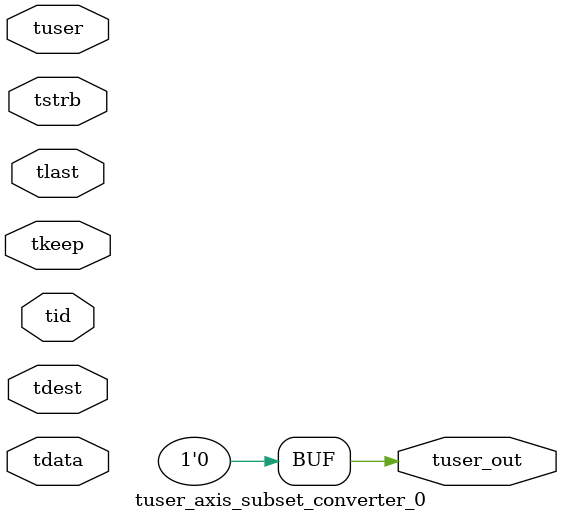
<source format=v>


`timescale 1ps/1ps

module tuser_axis_subset_converter_0 #
(
parameter C_S_AXIS_TUSER_WIDTH = 1,
parameter C_S_AXIS_TDATA_WIDTH = 32,
parameter C_S_AXIS_TID_WIDTH   = 0,
parameter C_S_AXIS_TDEST_WIDTH = 0,
parameter C_M_AXIS_TUSER_WIDTH = 1
)
(
input  [(C_S_AXIS_TUSER_WIDTH == 0 ? 1 : C_S_AXIS_TUSER_WIDTH)-1:0     ] tuser,
input  [(C_S_AXIS_TDATA_WIDTH == 0 ? 1 : C_S_AXIS_TDATA_WIDTH)-1:0     ] tdata,
input  [(C_S_AXIS_TID_WIDTH   == 0 ? 1 : C_S_AXIS_TID_WIDTH)-1:0       ] tid,
input  [(C_S_AXIS_TDEST_WIDTH == 0 ? 1 : C_S_AXIS_TDEST_WIDTH)-1:0     ] tdest,
input  [(C_S_AXIS_TDATA_WIDTH/8)-1:0 ] tkeep,
input  [(C_S_AXIS_TDATA_WIDTH/8)-1:0 ] tstrb,
input                                                                    tlast,
output [C_M_AXIS_TUSER_WIDTH-1:0] tuser_out
);

assign tuser_out = {1'b0};

endmodule


</source>
